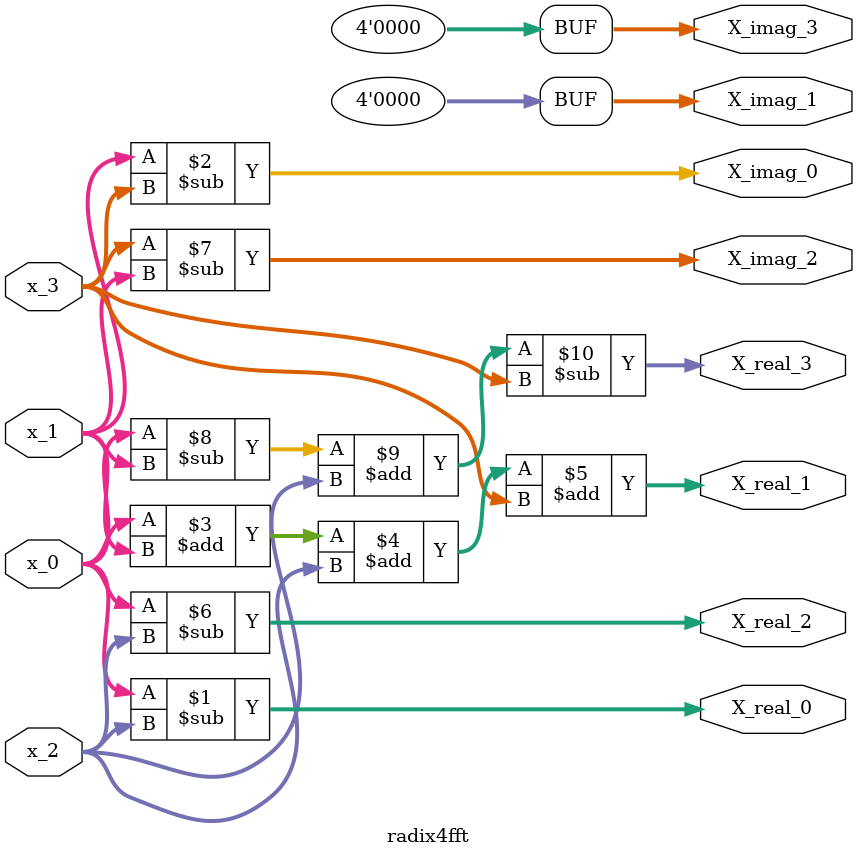
<source format=v>
module radix4fft(
	input [3:0] x_0,x_1,x_2,x_3,
	output [3:0] X_real_0,X_real_1,X_real_2,X_real_3,
	output [3:0] X_imag_0,X_imag_1,X_imag_2,X_imag_3	
);

assign X_real_0=x_0-x_2;
assign X_imag_0=x_1-x_3;

assign X_real_1=x_0+x_1+x_2+x_3;
assign X_imag_1=0;

assign X_real_2=x_0-x_2;
assign X_imag_2=x_3-x_1;

assign X_real_3=x_0-x_1+x_2-x_3;
assign X_imag_3=0;

endmodule
</source>
